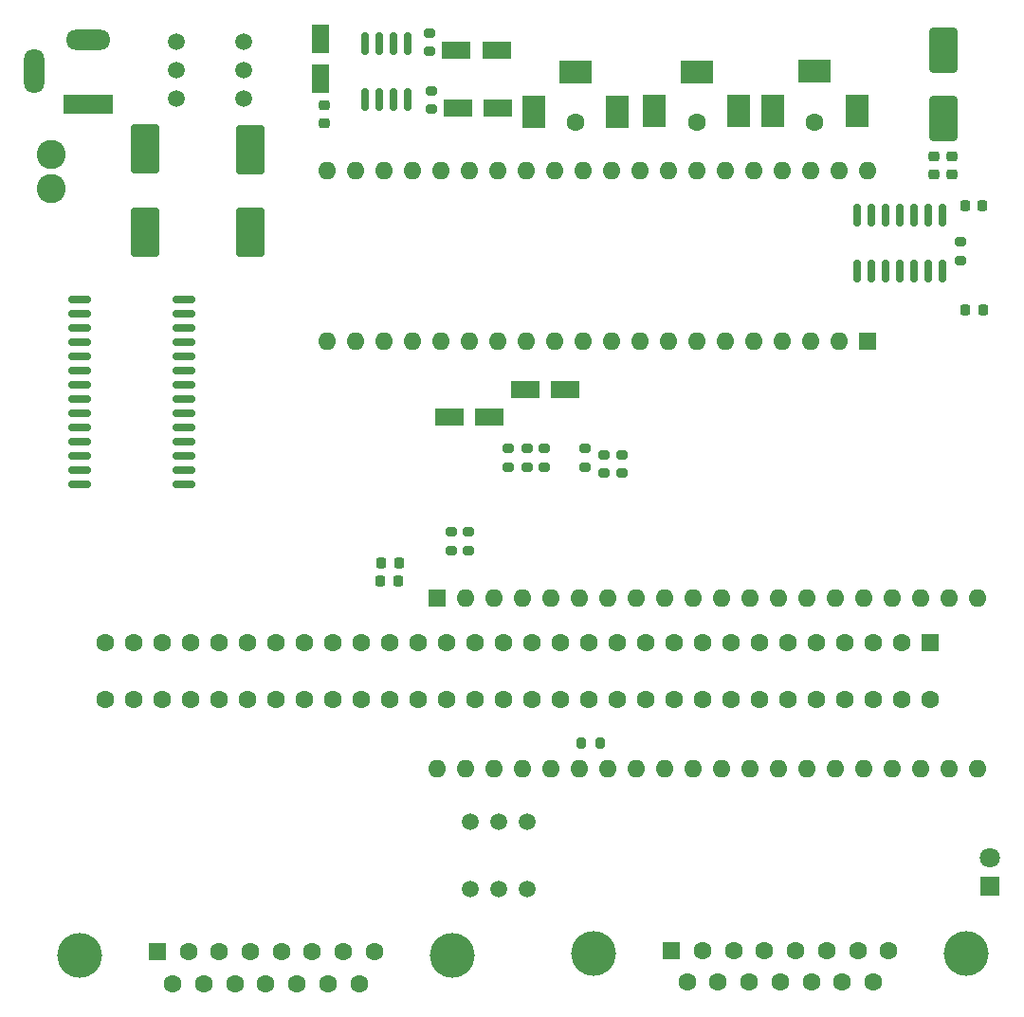
<source format=gts>
%TF.GenerationSoftware,KiCad,Pcbnew,7.0.11-2.fc39*%
%TF.CreationDate,2024-06-25T10:32:53+03:00*%
%TF.ProjectId,rev.1,7265762e-312e-46b6-9963-61645f706362,rev?*%
%TF.SameCoordinates,Original*%
%TF.FileFunction,Soldermask,Top*%
%TF.FilePolarity,Negative*%
%FSLAX46Y46*%
G04 Gerber Fmt 4.6, Leading zero omitted, Abs format (unit mm)*
G04 Created by KiCad (PCBNEW 7.0.11-2.fc39) date 2024-06-25 10:32:53*
%MOMM*%
%LPD*%
G01*
G04 APERTURE LIST*
G04 Aperture macros list*
%AMRoundRect*
0 Rectangle with rounded corners*
0 $1 Rounding radius*
0 $2 $3 $4 $5 $6 $7 $8 $9 X,Y pos of 4 corners*
0 Add a 4 corners polygon primitive as box body*
4,1,4,$2,$3,$4,$5,$6,$7,$8,$9,$2,$3,0*
0 Add four circle primitives for the rounded corners*
1,1,$1+$1,$2,$3*
1,1,$1+$1,$4,$5*
1,1,$1+$1,$6,$7*
1,1,$1+$1,$8,$9*
0 Add four rect primitives between the rounded corners*
20,1,$1+$1,$2,$3,$4,$5,0*
20,1,$1+$1,$4,$5,$6,$7,0*
20,1,$1+$1,$6,$7,$8,$9,0*
20,1,$1+$1,$8,$9,$2,$3,0*%
G04 Aperture macros list end*
%ADD10RoundRect,0.200000X-0.275000X0.200000X-0.275000X-0.200000X0.275000X-0.200000X0.275000X0.200000X0*%
%ADD11C,4.000000*%
%ADD12R,1.600000X1.600000*%
%ADD13C,1.600000*%
%ADD14RoundRect,0.225000X-0.250000X0.225000X-0.250000X-0.225000X0.250000X-0.225000X0.250000X0.225000X0*%
%ADD15RoundRect,0.200000X0.275000X-0.200000X0.275000X0.200000X-0.275000X0.200000X-0.275000X-0.200000X0*%
%ADD16RoundRect,0.218750X-0.218750X-0.256250X0.218750X-0.256250X0.218750X0.256250X-0.218750X0.256250X0*%
%ADD17RoundRect,0.150000X-0.150000X0.825000X-0.150000X-0.825000X0.150000X-0.825000X0.150000X0.825000X0*%
%ADD18C,1.500000*%
%ADD19R,3.000000X2.000000*%
%ADD20R,2.000000X3.000000*%
%ADD21RoundRect,0.225000X-0.225000X-0.250000X0.225000X-0.250000X0.225000X0.250000X-0.225000X0.250000X0*%
%ADD22RoundRect,0.250000X-1.050000X-0.550000X1.050000X-0.550000X1.050000X0.550000X-1.050000X0.550000X0*%
%ADD23RoundRect,0.150000X0.875000X0.150000X-0.875000X0.150000X-0.875000X-0.150000X0.875000X-0.150000X0*%
%ADD24R,4.400000X1.800000*%
%ADD25O,4.000000X1.800000*%
%ADD26O,1.800000X4.000000*%
%ADD27RoundRect,0.200000X0.200000X0.275000X-0.200000X0.275000X-0.200000X-0.275000X0.200000X-0.275000X0*%
%ADD28C,2.600000*%
%ADD29RoundRect,0.250000X-1.000000X1.950000X-1.000000X-1.950000X1.000000X-1.950000X1.000000X1.950000X0*%
%ADD30RoundRect,0.218750X-0.256250X0.218750X-0.256250X-0.218750X0.256250X-0.218750X0.256250X0.218750X0*%
%ADD31RoundRect,0.250000X1.000000X-1.750000X1.000000X1.750000X-1.000000X1.750000X-1.000000X-1.750000X0*%
%ADD32R,1.800000X1.800000*%
%ADD33C,1.800000*%
%ADD34RoundRect,0.250000X0.550000X-1.050000X0.550000X1.050000X-0.550000X1.050000X-0.550000X-1.050000X0*%
%ADD35RoundRect,0.150000X0.150000X-0.825000X0.150000X0.825000X-0.150000X0.825000X-0.150000X-0.825000X0*%
%ADD36O,1.600000X1.600000*%
G04 APERTURE END LIST*
D10*
%TO.C,R15*%
X156595000Y-92455000D03*
X156595000Y-94105000D03*
%TD*%
D11*
%TO.C,X5*%
X157350000Y-137580000D03*
X190650000Y-137580000D03*
D12*
X164305000Y-137280000D03*
D13*
X167075000Y-137280000D03*
X169845000Y-137280000D03*
X172615000Y-137280000D03*
X175385000Y-137280000D03*
X178155000Y-137280000D03*
X180925000Y-137280000D03*
X183695000Y-137280000D03*
X165690000Y-140120000D03*
X168460000Y-140120000D03*
X171230000Y-140120000D03*
X174000000Y-140120000D03*
X176770000Y-140120000D03*
X179540000Y-140120000D03*
X182310000Y-140120000D03*
%TD*%
D14*
%TO.C,C43*%
X189305000Y-66360000D03*
X189305000Y-67910000D03*
%TD*%
D15*
%TO.C,R34*%
X142655000Y-56975000D03*
X142655000Y-55325000D03*
%TD*%
D16*
%TO.C,L5*%
X138327500Y-104270000D03*
X139902500Y-104270000D03*
%TD*%
D17*
%TO.C,DA2*%
X140755000Y-56270000D03*
X139485000Y-56270000D03*
X138215000Y-56270000D03*
X136945000Y-56270000D03*
X136945000Y-61220000D03*
X138215000Y-61220000D03*
X139485000Y-61220000D03*
X140755000Y-61220000D03*
%TD*%
D18*
%TO.C,SW2*%
X120125000Y-61150000D03*
X120125000Y-58610000D03*
X120125000Y-56070000D03*
X126125000Y-61150000D03*
X126125000Y-58610000D03*
X126125000Y-56070000D03*
%TD*%
D13*
%TO.C,X4*%
X155745000Y-63320000D03*
D19*
X155745000Y-58820000D03*
D20*
X159495000Y-62320000D03*
X151995000Y-62320000D03*
%TD*%
D14*
%TO.C,C27*%
X133285000Y-61795000D03*
X133285000Y-63345000D03*
%TD*%
D21*
%TO.C,C30*%
X190510000Y-70770000D03*
X192060000Y-70770000D03*
%TD*%
D10*
%TO.C,R14*%
X159905000Y-92985000D03*
X159905000Y-94635000D03*
%TD*%
D11*
%TO.C,X2*%
X111425000Y-137710000D03*
X144725000Y-137710000D03*
D12*
X118380000Y-137410000D03*
D13*
X121150000Y-137410000D03*
X123920000Y-137410000D03*
X126690000Y-137410000D03*
X129460000Y-137410000D03*
X132230000Y-137410000D03*
X135000000Y-137410000D03*
X137770000Y-137410000D03*
X119765000Y-140250000D03*
X122535000Y-140250000D03*
X125305000Y-140250000D03*
X128075000Y-140250000D03*
X130845000Y-140250000D03*
X133615000Y-140250000D03*
X136385000Y-140250000D03*
%TD*%
D22*
%TO.C,C23*%
X151235000Y-87160000D03*
X154835000Y-87160000D03*
%TD*%
D10*
%TO.C,R17*%
X149755000Y-92445000D03*
X149755000Y-94095000D03*
%TD*%
D23*
%TO.C,DD6*%
X120745000Y-95645000D03*
X120745000Y-94375000D03*
X120745000Y-93105000D03*
X120745000Y-91835000D03*
X120745000Y-90565000D03*
X120745000Y-89295000D03*
X120745000Y-88025000D03*
X120745000Y-86755000D03*
X120745000Y-85485000D03*
X120745000Y-84215000D03*
X120745000Y-82945000D03*
X120745000Y-81675000D03*
X120745000Y-80405000D03*
X120745000Y-79135000D03*
X111445000Y-79135000D03*
X111445000Y-80405000D03*
X111445000Y-81675000D03*
X111445000Y-82945000D03*
X111445000Y-84215000D03*
X111445000Y-85485000D03*
X111445000Y-86755000D03*
X111445000Y-88025000D03*
X111445000Y-89295000D03*
X111445000Y-90565000D03*
X111445000Y-91835000D03*
X111445000Y-93105000D03*
X111445000Y-94375000D03*
X111445000Y-95645000D03*
%TD*%
D24*
%TO.C,X1*%
X112215000Y-61710000D03*
D25*
X112215000Y-55910000D03*
D26*
X107415000Y-58710000D03*
%TD*%
D27*
%TO.C,R2*%
X157890000Y-118750000D03*
X156240000Y-118750000D03*
%TD*%
D21*
%TO.C,C8*%
X138410000Y-102620000D03*
X139960000Y-102620000D03*
%TD*%
D15*
%TO.C,R37*%
X190105000Y-75610000D03*
X190105000Y-73960000D03*
%TD*%
D21*
%TO.C,C31*%
X190550000Y-80080000D03*
X192100000Y-80080000D03*
%TD*%
D10*
%TO.C,R18*%
X152935000Y-92455000D03*
X152935000Y-94105000D03*
%TD*%
D28*
%TO.C,L4*%
X108925000Y-69180000D03*
X108925000Y-66180000D03*
%TD*%
D18*
%TO.C,SW1*%
X151435000Y-131770000D03*
X148895000Y-131770000D03*
X146355000Y-131770000D03*
X151435000Y-125770000D03*
X148895000Y-125770000D03*
X146355000Y-125770000D03*
%TD*%
D13*
%TO.C,X6*%
X177085000Y-63250000D03*
D19*
X177085000Y-58750000D03*
D20*
X180835000Y-62250000D03*
X173335000Y-62250000D03*
%TD*%
D29*
%TO.C,C3*%
X117305000Y-65680000D03*
X117305000Y-73080000D03*
%TD*%
D10*
%TO.C,R13*%
X158275000Y-92965000D03*
X158275000Y-94615000D03*
%TD*%
D30*
%TO.C,L15*%
X187715000Y-66342500D03*
X187715000Y-67917500D03*
%TD*%
D31*
%TO.C,C41*%
X188595000Y-62950000D03*
X188595000Y-56850000D03*
%TD*%
D32*
%TO.C,D3*%
X192695000Y-131540000D03*
D33*
X192695000Y-129000000D03*
%TD*%
D34*
%TO.C,C28*%
X132975000Y-59420000D03*
X132975000Y-55820000D03*
%TD*%
D10*
%TO.C,R16*%
X151385000Y-92455000D03*
X151385000Y-94105000D03*
%TD*%
D12*
%TO.C,XP1*%
X187415000Y-109730000D03*
D13*
X184875000Y-109730000D03*
X182335000Y-109730000D03*
X179795000Y-109730000D03*
X177255000Y-109730000D03*
X174715000Y-109730000D03*
X172175000Y-109730000D03*
X169635000Y-109730000D03*
X167095000Y-109730000D03*
X164555000Y-109730000D03*
X162015000Y-109730000D03*
X159475000Y-109730000D03*
X156935000Y-109730000D03*
X154395000Y-109730000D03*
X151855000Y-109730000D03*
X149315000Y-109730000D03*
X146775000Y-109730000D03*
X144235000Y-109730000D03*
X141695000Y-109730000D03*
X139155000Y-109730000D03*
X136615000Y-109730000D03*
X134075000Y-109730000D03*
X131535000Y-109730000D03*
X128995000Y-109730000D03*
X126455000Y-109730000D03*
X123915000Y-109730000D03*
X121375000Y-109730000D03*
X118835000Y-109730000D03*
X116295000Y-109730000D03*
X113755000Y-109730000D03*
X187415000Y-114810000D03*
X184875000Y-114810000D03*
X182335000Y-114810000D03*
X179795000Y-114810000D03*
X177255000Y-114810000D03*
X174715000Y-114810000D03*
X172175000Y-114810000D03*
X169635000Y-114810000D03*
X167095000Y-114810000D03*
X164555000Y-114810000D03*
X162015000Y-114810000D03*
X159475000Y-114810000D03*
X156935000Y-114810000D03*
X154395000Y-114810000D03*
X151855000Y-114810000D03*
X149315000Y-114810000D03*
X146775000Y-114810000D03*
X144235000Y-114810000D03*
X141695000Y-114810000D03*
X139155000Y-114810000D03*
X136615000Y-114810000D03*
X134075000Y-114810000D03*
X131535000Y-114810000D03*
X128995000Y-114810000D03*
X126455000Y-114810000D03*
X123915000Y-114810000D03*
X121375000Y-114810000D03*
X118835000Y-114810000D03*
X116295000Y-114810000D03*
X113755000Y-114810000D03*
%TD*%
D35*
%TO.C,DD9*%
X180895000Y-76550000D03*
X182165000Y-76550000D03*
X183435000Y-76550000D03*
X184705000Y-76550000D03*
X185975000Y-76550000D03*
X187245000Y-76550000D03*
X188515000Y-76550000D03*
X188515000Y-71600000D03*
X187245000Y-71600000D03*
X185975000Y-71600000D03*
X184705000Y-71600000D03*
X183435000Y-71600000D03*
X182165000Y-71600000D03*
X180895000Y-71600000D03*
%TD*%
D29*
%TO.C,C9*%
X126725000Y-65750000D03*
X126725000Y-73150000D03*
%TD*%
D22*
%TO.C,C24*%
X144455000Y-89590000D03*
X148055000Y-89590000D03*
%TD*%
%TO.C,C37*%
X145225000Y-62010000D03*
X148825000Y-62010000D03*
%TD*%
D13*
%TO.C,X3*%
X166545000Y-63270000D03*
D19*
X166545000Y-58770000D03*
D20*
X170295000Y-62270000D03*
X162795000Y-62270000D03*
%TD*%
D15*
%TO.C,R35*%
X142825000Y-62115000D03*
X142825000Y-60465000D03*
%TD*%
%TO.C,R10*%
X144605000Y-101535000D03*
X144605000Y-99885000D03*
%TD*%
%TO.C,R9*%
X146205000Y-101535000D03*
X146205000Y-99885000D03*
%TD*%
D22*
%TO.C,C36*%
X145095000Y-56850000D03*
X148695000Y-56850000D03*
%TD*%
D12*
%TO.C,DD2*%
X181770000Y-82865000D03*
D36*
X179230000Y-82865000D03*
X176690000Y-82865000D03*
X174150000Y-82865000D03*
X171610000Y-82865000D03*
X169070000Y-82865000D03*
X166530000Y-82865000D03*
X163990000Y-82865000D03*
X161450000Y-82865000D03*
X158910000Y-82865000D03*
X156370000Y-82865000D03*
X153830000Y-82865000D03*
X151290000Y-82865000D03*
X148750000Y-82865000D03*
X146210000Y-82865000D03*
X143670000Y-82865000D03*
X141130000Y-82865000D03*
X138590000Y-82865000D03*
X136050000Y-82865000D03*
X133510000Y-82865000D03*
X133510000Y-67625000D03*
X136050000Y-67625000D03*
X138590000Y-67625000D03*
X141130000Y-67625000D03*
X143670000Y-67625000D03*
X146210000Y-67625000D03*
X148750000Y-67625000D03*
X151290000Y-67625000D03*
X153830000Y-67625000D03*
X156370000Y-67625000D03*
X158910000Y-67625000D03*
X161450000Y-67625000D03*
X163990000Y-67625000D03*
X166530000Y-67625000D03*
X169070000Y-67625000D03*
X171610000Y-67625000D03*
X174150000Y-67625000D03*
X176690000Y-67625000D03*
X179230000Y-67625000D03*
X181770000Y-67625000D03*
%TD*%
D12*
%TO.C,DD1*%
X143410000Y-105785000D03*
D36*
X145950000Y-105785000D03*
X148490000Y-105785000D03*
X151030000Y-105785000D03*
X153570000Y-105785000D03*
X156110000Y-105785000D03*
X158650000Y-105785000D03*
X161190000Y-105785000D03*
X163730000Y-105785000D03*
X166270000Y-105785000D03*
X168810000Y-105785000D03*
X171350000Y-105785000D03*
X173890000Y-105785000D03*
X176430000Y-105785000D03*
X178970000Y-105785000D03*
X181510000Y-105785000D03*
X184050000Y-105785000D03*
X186590000Y-105785000D03*
X189130000Y-105785000D03*
X191670000Y-105785000D03*
X191670000Y-121025000D03*
X189130000Y-121025000D03*
X186590000Y-121025000D03*
X184050000Y-121025000D03*
X181510000Y-121025000D03*
X178970000Y-121025000D03*
X176430000Y-121025000D03*
X173890000Y-121025000D03*
X171350000Y-121025000D03*
X168810000Y-121025000D03*
X166270000Y-121025000D03*
X163730000Y-121025000D03*
X161190000Y-121025000D03*
X158650000Y-121025000D03*
X156110000Y-121025000D03*
X153570000Y-121025000D03*
X151030000Y-121025000D03*
X148490000Y-121025000D03*
X145950000Y-121025000D03*
X143410000Y-121025000D03*
%TD*%
M02*

</source>
